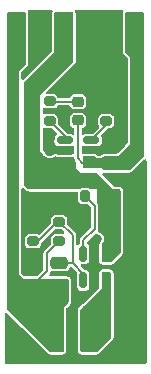
<source format=gbr>
%TF.GenerationSoftware,KiCad,Pcbnew,7.0.1*%
%TF.CreationDate,2024-02-21T00:14:53-08:00*%
%TF.ProjectId,G305_lipo_PMIC,47333035-5f6c-4697-906f-5f504d49432e,rev?*%
%TF.SameCoordinates,Original*%
%TF.FileFunction,Copper,L1,Top*%
%TF.FilePolarity,Positive*%
%FSLAX46Y46*%
G04 Gerber Fmt 4.6, Leading zero omitted, Abs format (unit mm)*
G04 Created by KiCad (PCBNEW 7.0.1) date 2024-02-21 00:14:53*
%MOMM*%
%LPD*%
G01*
G04 APERTURE LIST*
G04 Aperture macros list*
%AMRoundRect*
0 Rectangle with rounded corners*
0 $1 Rounding radius*
0 $2 $3 $4 $5 $6 $7 $8 $9 X,Y pos of 4 corners*
0 Add a 4 corners polygon primitive as box body*
4,1,4,$2,$3,$4,$5,$6,$7,$8,$9,$2,$3,0*
0 Add four circle primitives for the rounded corners*
1,1,$1+$1,$2,$3*
1,1,$1+$1,$4,$5*
1,1,$1+$1,$6,$7*
1,1,$1+$1,$8,$9*
0 Add four rect primitives between the rounded corners*
20,1,$1+$1,$2,$3,$4,$5,0*
20,1,$1+$1,$4,$5,$6,$7,0*
20,1,$1+$1,$6,$7,$8,$9,0*
20,1,$1+$1,$8,$9,$2,$3,0*%
G04 Aperture macros list end*
%TA.AperFunction,SMDPad,CuDef*%
%ADD10C,1.000000*%
%TD*%
%TA.AperFunction,SMDPad,CuDef*%
%ADD11RoundRect,0.075000X-0.675000X-1.425000X0.675000X-1.425000X0.675000X1.425000X-0.675000X1.425000X0*%
%TD*%
%TA.AperFunction,SMDPad,CuDef*%
%ADD12RoundRect,0.250000X0.250000X0.475000X-0.250000X0.475000X-0.250000X-0.475000X0.250000X-0.475000X0*%
%TD*%
%TA.AperFunction,SMDPad,CuDef*%
%ADD13RoundRect,0.200000X-0.275000X0.200000X-0.275000X-0.200000X0.275000X-0.200000X0.275000X0.200000X0*%
%TD*%
%TA.AperFunction,SMDPad,CuDef*%
%ADD14RoundRect,0.200000X0.275000X-0.200000X0.275000X0.200000X-0.275000X0.200000X-0.275000X-0.200000X0*%
%TD*%
%TA.AperFunction,SMDPad,CuDef*%
%ADD15RoundRect,0.250000X-0.475000X0.250000X-0.475000X-0.250000X0.475000X-0.250000X0.475000X0.250000X0*%
%TD*%
%TA.AperFunction,SMDPad,CuDef*%
%ADD16RoundRect,0.200000X-0.200000X-0.275000X0.200000X-0.275000X0.200000X0.275000X-0.200000X0.275000X0*%
%TD*%
%TA.AperFunction,SMDPad,CuDef*%
%ADD17RoundRect,0.150000X-0.512500X-0.150000X0.512500X-0.150000X0.512500X0.150000X-0.512500X0.150000X0*%
%TD*%
%TA.AperFunction,SMDPad,CuDef*%
%ADD18RoundRect,0.250000X0.475000X-0.250000X0.475000X0.250000X-0.475000X0.250000X-0.475000X-0.250000X0*%
%TD*%
%TA.AperFunction,SMDPad,CuDef*%
%ADD19RoundRect,0.150000X-0.150000X0.512500X-0.150000X-0.512500X0.150000X-0.512500X0.150000X0.512500X0*%
%TD*%
%TA.AperFunction,SMDPad,CuDef*%
%ADD20R,1.200000X3.700000*%
%TD*%
%TA.AperFunction,SMDPad,CuDef*%
%ADD21RoundRect,0.218750X-0.256250X0.218750X-0.256250X-0.218750X0.256250X-0.218750X0.256250X0.218750X0*%
%TD*%
%TA.AperFunction,ViaPad*%
%ADD22C,0.800000*%
%TD*%
%TA.AperFunction,Conductor*%
%ADD23C,0.200000*%
%TD*%
G04 APERTURE END LIST*
D10*
%TO.P,TP1,1,1*%
%TO.N,V_BAT*%
X102400000Y-82600000D03*
%TD*%
D11*
%TO.P,J1,1,Pin_1*%
%TO.N,+1.2V*%
X101000000Y-71800000D03*
%TO.P,J1,2,Pin_2*%
%TO.N,GND*%
X103000000Y-71800000D03*
%TO.P,J1,3,Pin_3*%
%TO.N,V_BAT*%
X105000000Y-71800000D03*
%TO.P,J1,4,Pin_4*%
%TO.N,GND*%
X107000000Y-71800000D03*
%TO.P,J1,5,Pin_5*%
X109000000Y-71800000D03*
%TO.P,J1,6,Pin_6*%
%TO.N,V_USB*%
X111000000Y-71800000D03*
%TD*%
D12*
%TO.P,C4,1*%
%TO.N,V_BAT*%
X108550000Y-88000000D03*
%TO.P,C4,2*%
%TO.N,GND*%
X106650000Y-88000000D03*
%TD*%
D13*
%TO.P,R2,1*%
%TO.N,Net-(D1-K)*%
X103800000Y-77775000D03*
%TO.P,R2,2*%
%TO.N,Net-(U1-STAT)*%
X103800000Y-79425000D03*
%TD*%
D14*
%TO.P,R4,1*%
%TO.N,+1.2V*%
X104600000Y-89625001D03*
%TO.P,R4,2*%
%TO.N,/FB_+1.2V*%
X104600000Y-87975001D03*
%TD*%
D15*
%TO.P,C2,1*%
%TO.N,V_BAT*%
X102400000Y-84450000D03*
%TO.P,C2,2*%
%TO.N,GND*%
X102400000Y-86350000D03*
%TD*%
D16*
%TO.P,R3,1*%
%TO.N,Net-(U2-EN)*%
X106775000Y-85800000D03*
%TO.P,R3,2*%
%TO.N,V_BAT*%
X108425000Y-85800000D03*
%TD*%
D17*
%TO.P,U1,1,STAT*%
%TO.N,Net-(U1-STAT)*%
X105062500Y-81050000D03*
%TO.P,U1,2,VSS*%
%TO.N,GND*%
X105062500Y-82000000D03*
%TO.P,U1,3,VBAT*%
%TO.N,V_BAT*%
X105062500Y-82950000D03*
%TO.P,U1,4,VDD*%
%TO.N,V_USB*%
X107337500Y-82950000D03*
%TO.P,U1,5,PROG*%
%TO.N,Net-(U1-PROG)*%
X107337500Y-81050000D03*
%TD*%
D18*
%TO.P,C1,1*%
%TO.N,V_USB*%
X109600000Y-82950000D03*
%TO.P,C1,2*%
%TO.N,GND*%
X109600000Y-81050000D03*
%TD*%
D19*
%TO.P,U2,1,VIN*%
%TO.N,V_BAT*%
X108550000Y-90662500D03*
%TO.P,U2,2,GND*%
%TO.N,GND*%
X107600000Y-90662500D03*
%TO.P,U2,3,EN*%
%TO.N,Net-(U2-EN)*%
X106650000Y-90662500D03*
%TO.P,U2,4,FB*%
%TO.N,/FB_+1.2V*%
X106650000Y-92937500D03*
%TO.P,U2,5,SW*%
%TO.N,/SW_+1.2V*%
X108550000Y-92937500D03*
%TD*%
D10*
%TO.P,TP2,1,1*%
%TO.N,+1.2V*%
X101000000Y-95000000D03*
%TD*%
D14*
%TO.P,R1,1*%
%TO.N,Net-(U1-PROG)*%
X108600000Y-79425000D03*
%TO.P,R1,2*%
%TO.N,GND*%
X108600000Y-77775000D03*
%TD*%
D18*
%TO.P,C3,1*%
%TO.N,+1.2V*%
X104600000Y-93350000D03*
%TO.P,C3,2*%
%TO.N,/FB_+1.2V*%
X104600000Y-91450000D03*
%TD*%
%TO.P,C6,1*%
%TO.N,+1.2V*%
X102400000Y-93350000D03*
%TO.P,C6,2*%
%TO.N,GND*%
X102400000Y-91450000D03*
%TD*%
D20*
%TO.P,L1,1*%
%TO.N,/SW_+1.2V*%
X107200000Y-97000000D03*
%TO.P,L1,2*%
%TO.N,+1.2V*%
X104400000Y-97000000D03*
%TD*%
D10*
%TO.P,TP3,1,1*%
%TO.N,GND*%
X109800000Y-98400000D03*
%TD*%
D21*
%TO.P,D1,1,K*%
%TO.N,Net-(D1-K)*%
X106200000Y-77812500D03*
%TO.P,D1,2,A*%
%TO.N,V_USB*%
X106200000Y-79387500D03*
%TD*%
D14*
%TO.P,R5,1*%
%TO.N,/FB_+1.2V*%
X102400000Y-89625000D03*
%TO.P,R5,2*%
%TO.N,GND*%
X102400000Y-87975000D03*
%TD*%
D22*
%TO.N,GND*%
X108000000Y-82000000D03*
X101000000Y-99000000D03*
X103800000Y-82000000D03*
X111000000Y-89000000D03*
X107800000Y-89400000D03*
X109800000Y-79800000D03*
X109800000Y-93200000D03*
X107250000Y-80000000D03*
X103400000Y-87800000D03*
X105000000Y-79500000D03*
X102800000Y-74000000D03*
X105674500Y-88000000D03*
X109000000Y-74000000D03*
X107000000Y-74000000D03*
X111000000Y-95000000D03*
X110000000Y-97000000D03*
X111000000Y-85000000D03*
X103800000Y-81000000D03*
X105000000Y-77000000D03*
X101800000Y-90600000D03*
X108600000Y-76600000D03*
X104000000Y-86000000D03*
%TD*%
D23*
%TO.N,V_USB*%
X106200000Y-82600000D02*
X106550000Y-82950000D01*
X106200000Y-79387500D02*
X106200000Y-82600000D01*
X106550000Y-82950000D02*
X107337500Y-82950000D01*
%TO.N,+1.2V*%
X103575000Y-90650001D02*
X103575000Y-92175000D01*
X103575000Y-92175000D02*
X102400000Y-93350000D01*
X104600000Y-89625001D02*
X103575000Y-90650001D01*
%TO.N,Net-(D1-K)*%
X106200000Y-77812500D02*
X103837500Y-77812500D01*
X103837500Y-77812500D02*
X103800000Y-77775000D01*
%TO.N,Net-(U1-PROG)*%
X108600000Y-79425000D02*
X108600000Y-79787500D01*
X108600000Y-79787500D02*
X107337500Y-81050000D01*
%TO.N,Net-(U1-STAT)*%
X103812500Y-79425000D02*
X105062500Y-80675000D01*
X103800000Y-79425000D02*
X103812500Y-79425000D01*
X105062500Y-80675000D02*
X105062500Y-81050000D01*
%TO.N,Net-(U2-EN)*%
X107600000Y-86625000D02*
X106775000Y-85800000D01*
X107600000Y-88600000D02*
X107600000Y-86625000D01*
X106650000Y-89550000D02*
X107600000Y-88600000D01*
X106650000Y-90662500D02*
X106650000Y-89550000D01*
%TO.N,/FB_+1.2V*%
X105750000Y-89125001D02*
X104600000Y-87975001D01*
X105750000Y-91450000D02*
X105750000Y-89125001D01*
X104424999Y-87975001D02*
X104600000Y-87975001D01*
X104600000Y-91450000D02*
X105750000Y-91450000D01*
X105750000Y-91450000D02*
X106650000Y-92350000D01*
X102775000Y-89625000D02*
X104424999Y-87975001D01*
X106650000Y-92350000D02*
X106650000Y-92937500D01*
X102400000Y-89625000D02*
X102775000Y-89625000D01*
%TD*%
%TA.AperFunction,Conductor*%
%TO.N,V_BAT*%
G36*
X109738000Y-85216613D02*
G01*
X109783387Y-85262000D01*
X109800000Y-85324000D01*
X109800000Y-90548638D01*
X109790561Y-90596091D01*
X109763681Y-90636319D01*
X109036319Y-91363681D01*
X108996091Y-91390561D01*
X108948638Y-91400000D01*
X108324000Y-91400000D01*
X108262000Y-91383387D01*
X108216613Y-91338000D01*
X108200000Y-91276000D01*
X108200000Y-89907231D01*
X108206581Y-89867372D01*
X108225624Y-89831744D01*
X108228278Y-89828284D01*
X108228282Y-89828282D01*
X108324536Y-89702841D01*
X108385044Y-89556762D01*
X108405682Y-89400000D01*
X108385044Y-89243238D01*
X108324536Y-89097159D01*
X108228282Y-88971717D01*
X108102840Y-88875463D01*
X107967218Y-88819287D01*
X107916878Y-88780967D01*
X107891994Y-88722801D01*
X107899044Y-88659930D01*
X107900500Y-88656172D01*
X107900500Y-88649248D01*
X107903794Y-88620858D01*
X107903819Y-88620749D01*
X107905379Y-88614119D01*
X107901689Y-88587667D01*
X107900500Y-88570536D01*
X107900500Y-86694243D01*
X107903243Y-86677422D01*
X107902772Y-86667236D01*
X107902773Y-86667235D01*
X107900631Y-86620919D01*
X107900500Y-86615195D01*
X107900500Y-86596178D01*
X107898817Y-86581680D01*
X107897585Y-86555008D01*
X107894786Y-86548670D01*
X107886332Y-86521367D01*
X107885061Y-86514567D01*
X107871002Y-86491860D01*
X107862995Y-86476670D01*
X107852206Y-86452235D01*
X107847309Y-86447338D01*
X107829563Y-86424933D01*
X107818572Y-86407181D01*
X107800000Y-86341906D01*
X107800000Y-85200000D01*
X109200000Y-85200000D01*
X109676000Y-85200000D01*
X109738000Y-85216613D01*
G37*
%TD.AperFunction*%
%TD*%
%TA.AperFunction,Conductor*%
%TO.N,+1.2V*%
G36*
X101738000Y-70216613D02*
G01*
X101783387Y-70262000D01*
X101800000Y-70324000D01*
X101800000Y-74548638D01*
X101790561Y-74596091D01*
X101763681Y-74636319D01*
X101200000Y-75199999D01*
X101200000Y-90548715D01*
X101198939Y-90564901D01*
X101194317Y-90600000D01*
X101198939Y-90635099D01*
X101200000Y-90651285D01*
X101200000Y-92400000D01*
X101600000Y-92800000D01*
X101600000Y-96800000D01*
X100236319Y-95436319D01*
X100209439Y-95396091D01*
X100200000Y-95348638D01*
X100200000Y-70324000D01*
X100216613Y-70262000D01*
X100262000Y-70216613D01*
X100324000Y-70200000D01*
X101676000Y-70200000D01*
X101738000Y-70216613D01*
G37*
%TD.AperFunction*%
%TD*%
%TA.AperFunction,Conductor*%
%TO.N,/SW_+1.2V*%
G36*
X108938000Y-92216613D02*
G01*
X108983387Y-92262000D01*
X109000000Y-92324000D01*
X109000000Y-97748638D01*
X108990561Y-97796091D01*
X108963681Y-97836319D01*
X107836319Y-98963681D01*
X107796091Y-98990561D01*
X107748638Y-99000000D01*
X106524000Y-99000000D01*
X106462000Y-98983387D01*
X106416613Y-98938000D01*
X106400000Y-98876000D01*
X106400000Y-95451362D01*
X106409439Y-95403909D01*
X106436319Y-95363681D01*
X106436319Y-95363680D01*
X108200000Y-93600000D01*
X108200000Y-92324000D01*
X108216613Y-92262000D01*
X108262000Y-92216613D01*
X108324000Y-92200000D01*
X108876000Y-92200000D01*
X108938000Y-92216613D01*
G37*
%TD.AperFunction*%
%TD*%
%TA.AperFunction,Conductor*%
%TO.N,+1.2V*%
G36*
X105338000Y-92816613D02*
G01*
X105383387Y-92862000D01*
X105400000Y-92924000D01*
X105400000Y-94748638D01*
X105390561Y-94796091D01*
X105363681Y-94836319D01*
X105000000Y-95199999D01*
X105000000Y-98876000D01*
X104983387Y-98938000D01*
X104938000Y-98983387D01*
X104876000Y-99000000D01*
X103851362Y-99000000D01*
X103803909Y-98990561D01*
X103763681Y-98963681D01*
X101600000Y-96800000D01*
X101600000Y-92800000D01*
X105276000Y-92800000D01*
X105338000Y-92816613D01*
G37*
%TD.AperFunction*%
%TD*%
%TA.AperFunction,Conductor*%
%TO.N,V_BAT*%
G36*
X103371717Y-82428282D02*
G01*
X103479260Y-82510802D01*
X103497159Y-82524536D01*
X103643238Y-82585044D01*
X103800000Y-82605682D01*
X103956762Y-82585044D01*
X104102841Y-82524536D01*
X104203500Y-82447297D01*
X104266617Y-82422292D01*
X104333444Y-82434274D01*
X104448606Y-82490573D01*
X104516737Y-82500500D01*
X104516740Y-82500500D01*
X105608260Y-82500500D01*
X105608263Y-82500500D01*
X105649139Y-82494543D01*
X105676393Y-82490573D01*
X105719700Y-82469401D01*
X105779132Y-82456902D01*
X105837373Y-82474125D01*
X105880449Y-82516940D01*
X105898027Y-82575075D01*
X105899368Y-82604078D01*
X105899500Y-82609805D01*
X105899500Y-82628819D01*
X105901181Y-82643307D01*
X105902415Y-82669993D01*
X105905213Y-82676330D01*
X105913666Y-82703626D01*
X105914938Y-82710434D01*
X105928997Y-82733140D01*
X105937002Y-82748327D01*
X105947792Y-82772763D01*
X105952688Y-82777659D01*
X105970437Y-82800067D01*
X105981428Y-82817819D01*
X106000000Y-82883094D01*
X106000000Y-83400000D01*
X106400000Y-83800000D01*
X107748638Y-83800000D01*
X107796091Y-83809439D01*
X107836318Y-83836318D01*
X109200000Y-85200000D01*
X107249099Y-85200000D01*
X107192804Y-85186485D01*
X107100302Y-85139353D01*
X107006521Y-85124500D01*
X106543485Y-85124500D01*
X106449695Y-85139354D01*
X106357197Y-85186485D01*
X106300902Y-85200000D01*
X102051362Y-85200000D01*
X102003909Y-85190561D01*
X101963681Y-85163681D01*
X101636319Y-84836319D01*
X101609439Y-84796091D01*
X101600000Y-84748638D01*
X101600000Y-82400000D01*
X103350016Y-82400000D01*
X103371717Y-82428282D01*
G37*
%TD.AperFunction*%
%TD*%
%TA.AperFunction,Conductor*%
%TO.N,V_USB*%
G36*
X107532628Y-82406581D02*
G01*
X107568256Y-82425624D01*
X107571715Y-82428278D01*
X107571718Y-82428282D01*
X107697159Y-82524536D01*
X107843238Y-82585044D01*
X108000000Y-82605682D01*
X108156762Y-82585044D01*
X108302841Y-82524536D01*
X108428282Y-82428282D01*
X108428284Y-82428278D01*
X108431744Y-82425624D01*
X108467372Y-82406581D01*
X108507231Y-82400000D01*
X109600000Y-82400000D01*
X110600000Y-82400000D01*
X110600000Y-83587949D01*
X110596091Y-83590561D01*
X110548638Y-83600000D01*
X108451362Y-83600000D01*
X108403909Y-83590561D01*
X108363681Y-83563681D01*
X108200000Y-83400000D01*
X106724000Y-83400000D01*
X106662000Y-83383387D01*
X106616613Y-83338000D01*
X106600000Y-83276000D01*
X106600000Y-82524000D01*
X106616613Y-82462000D01*
X106662000Y-82416613D01*
X106724000Y-82400000D01*
X107492769Y-82400000D01*
X107532628Y-82406581D01*
G37*
%TD.AperFunction*%
%TD*%
%TA.AperFunction,Conductor*%
%TO.N,V_USB*%
G36*
X111738000Y-70216613D02*
G01*
X111783387Y-70262000D01*
X111800000Y-70324000D01*
X111800000Y-82348638D01*
X111790561Y-82396091D01*
X111763681Y-82436319D01*
X110636319Y-83563681D01*
X110600000Y-83587949D01*
X110600000Y-82400000D01*
X109600000Y-82400000D01*
X110316916Y-81683083D01*
X110330944Y-81671011D01*
X110397150Y-81622150D01*
X110446009Y-81555947D01*
X110458080Y-81541919D01*
X110600000Y-81400000D01*
X110600000Y-74000000D01*
X110236319Y-73636319D01*
X110209439Y-73596091D01*
X110200000Y-73548638D01*
X110200000Y-70324000D01*
X110216613Y-70262000D01*
X110262000Y-70216613D01*
X110324000Y-70200000D01*
X111676000Y-70200000D01*
X111738000Y-70216613D01*
G37*
%TD.AperFunction*%
%TD*%
%TA.AperFunction,Conductor*%
%TO.N,V_BAT*%
G36*
X105738000Y-70216613D02*
G01*
X105783387Y-70262000D01*
X105800000Y-70324000D01*
X105800000Y-74348638D01*
X105790561Y-74396091D01*
X105763681Y-74436319D01*
X103000000Y-77199999D01*
X103000000Y-82000000D01*
X103238663Y-82238663D01*
X103265543Y-82278890D01*
X103275464Y-82302842D01*
X103350016Y-82400000D01*
X101600000Y-82400000D01*
X101600000Y-76251362D01*
X101609439Y-76203909D01*
X101636319Y-76163681D01*
X101636319Y-76163680D01*
X104200000Y-73600000D01*
X104200000Y-70324000D01*
X104216613Y-70262000D01*
X104262000Y-70216613D01*
X104324000Y-70200000D01*
X105676000Y-70200000D01*
X105738000Y-70216613D01*
G37*
%TD.AperFunction*%
%TD*%
%TA.AperFunction,Conductor*%
%TO.N,GND*%
G36*
X111948385Y-82690164D02*
G01*
X111985985Y-82734187D01*
X111999500Y-82790482D01*
X111999500Y-99875500D01*
X111982887Y-99937500D01*
X111937500Y-99982887D01*
X111875500Y-99999500D01*
X100124500Y-99999500D01*
X100062500Y-99982887D01*
X100017113Y-99937500D01*
X100000500Y-99875500D01*
X100000500Y-95790482D01*
X100014015Y-95734187D01*
X100051615Y-95690164D01*
X100105102Y-95668009D01*
X100162818Y-95672551D01*
X100212181Y-95702801D01*
X101454690Y-96945310D01*
X103618371Y-99108991D01*
X103649510Y-99134547D01*
X103689738Y-99161427D01*
X103733134Y-99179402D01*
X103763819Y-99192113D01*
X103811264Y-99201550D01*
X103811267Y-99201550D01*
X103811271Y-99201551D01*
X103851362Y-99205500D01*
X104876000Y-99205500D01*
X104876001Y-99205500D01*
X104893729Y-99203165D01*
X104929188Y-99198498D01*
X104991188Y-99181885D01*
X105040750Y-99161355D01*
X105083310Y-99128697D01*
X105128697Y-99083310D01*
X105161355Y-99040750D01*
X105181885Y-98991188D01*
X105198498Y-98929188D01*
X105205500Y-98876001D01*
X106194500Y-98876001D01*
X106201501Y-98929186D01*
X106218116Y-98991192D01*
X106238643Y-99040746D01*
X106238645Y-99040750D01*
X106271303Y-99083310D01*
X106271307Y-99083315D01*
X106316684Y-99128692D01*
X106316688Y-99128695D01*
X106316690Y-99128697D01*
X106359250Y-99161355D01*
X106408812Y-99181885D01*
X106470812Y-99198498D01*
X106493995Y-99201550D01*
X106523999Y-99205500D01*
X106524000Y-99205500D01*
X107748636Y-99205500D01*
X107748638Y-99205500D01*
X107788729Y-99201551D01*
X107788733Y-99201550D01*
X107788735Y-99201550D01*
X107836180Y-99192113D01*
X107845167Y-99188390D01*
X107910262Y-99161427D01*
X107950490Y-99134547D01*
X107981629Y-99108991D01*
X109108991Y-97981629D01*
X109134547Y-97950490D01*
X109161427Y-97910262D01*
X109192112Y-97836182D01*
X109192111Y-97836182D01*
X109192113Y-97836180D01*
X109201550Y-97788735D01*
X109205500Y-97748636D01*
X109205500Y-92323999D01*
X109201981Y-92297272D01*
X109198498Y-92270812D01*
X109181885Y-92208812D01*
X109161355Y-92159250D01*
X109128697Y-92116690D01*
X109128695Y-92116688D01*
X109128692Y-92116684D01*
X109083315Y-92071307D01*
X109083310Y-92071303D01*
X109040750Y-92038645D01*
X109040746Y-92038643D01*
X108991192Y-92018116D01*
X108929186Y-92001501D01*
X108876001Y-91994500D01*
X108876000Y-91994500D01*
X108324000Y-91994500D01*
X108323999Y-91994500D01*
X108270813Y-92001501D01*
X108208807Y-92018116D01*
X108159253Y-92038643D01*
X108116684Y-92071307D01*
X108071307Y-92116684D01*
X108038643Y-92159253D01*
X108018116Y-92208807D01*
X108001501Y-92270813D01*
X107994500Y-92323999D01*
X107994500Y-93463518D01*
X107985061Y-93510971D01*
X107958181Y-93551199D01*
X106581417Y-94927960D01*
X106552192Y-94949636D01*
X106523737Y-94959817D01*
X106455448Y-95005448D01*
X106409817Y-95073737D01*
X106399636Y-95102191D01*
X106377961Y-95131415D01*
X106291010Y-95218367D01*
X106265454Y-95249507D01*
X106238572Y-95289740D01*
X106207886Y-95363820D01*
X106198449Y-95411264D01*
X106194500Y-95451364D01*
X106194500Y-98876001D01*
X105205500Y-98876001D01*
X105205500Y-98876000D01*
X105205500Y-95336482D01*
X105214939Y-95289029D01*
X105241816Y-95248803D01*
X105508991Y-94981630D01*
X105534547Y-94950490D01*
X105561427Y-94910262D01*
X105592112Y-94836182D01*
X105592111Y-94836182D01*
X105592113Y-94836180D01*
X105601550Y-94788735D01*
X105605500Y-94748636D01*
X105605500Y-92923999D01*
X105598498Y-92870813D01*
X105598498Y-92870812D01*
X105581885Y-92808812D01*
X105561355Y-92759250D01*
X105528697Y-92716690D01*
X105528695Y-92716688D01*
X105528692Y-92716684D01*
X105483315Y-92671307D01*
X105483310Y-92671303D01*
X105440750Y-92638645D01*
X105440746Y-92638643D01*
X105391192Y-92618116D01*
X105329186Y-92601501D01*
X105276001Y-92594500D01*
X105276000Y-92594500D01*
X103880033Y-92594500D01*
X103824769Y-92581504D01*
X103781089Y-92545241D01*
X103758149Y-92493311D01*
X103760757Y-92436599D01*
X103788366Y-92386994D01*
X103790474Y-92384681D01*
X103794380Y-92380589D01*
X103807174Y-92367797D01*
X103807178Y-92367790D01*
X103807867Y-92367102D01*
X103816922Y-92355671D01*
X103820999Y-92351199D01*
X103834916Y-92335933D01*
X103837415Y-92329479D01*
X103850743Y-92304192D01*
X103854657Y-92298481D01*
X103855706Y-92294022D01*
X103860773Y-92272479D01*
X103865848Y-92256086D01*
X103875500Y-92231173D01*
X103875500Y-92231170D01*
X103880328Y-92218707D01*
X103917158Y-92167756D01*
X103974242Y-92141417D01*
X104036908Y-92146459D01*
X104040301Y-92147646D01*
X104070731Y-92150500D01*
X104070734Y-92150500D01*
X105129266Y-92150500D01*
X105129269Y-92150500D01*
X105144482Y-92149072D01*
X105159699Y-92147646D01*
X105287882Y-92102793D01*
X105287882Y-92102792D01*
X105287884Y-92102792D01*
X105397150Y-92022150D01*
X105477792Y-91912884D01*
X105493000Y-91869422D01*
X105527414Y-91817916D01*
X105582449Y-91789484D01*
X105644369Y-91791221D01*
X105697723Y-91822694D01*
X106120419Y-92245390D01*
X106150429Y-92294022D01*
X106155443Y-92350947D01*
X106151131Y-92380543D01*
X106149501Y-92391737D01*
X106149500Y-92391741D01*
X106149500Y-93483263D01*
X106159426Y-93551390D01*
X106210802Y-93656484D01*
X106293515Y-93739197D01*
X106293516Y-93739197D01*
X106293517Y-93739198D01*
X106398607Y-93790573D01*
X106425860Y-93794543D01*
X106466737Y-93800500D01*
X106466740Y-93800500D01*
X106833260Y-93800500D01*
X106833263Y-93800500D01*
X106867326Y-93795536D01*
X106901393Y-93790573D01*
X107006483Y-93739198D01*
X107089198Y-93656483D01*
X107140573Y-93551393D01*
X107145893Y-93514880D01*
X107150500Y-93483263D01*
X107150500Y-92391737D01*
X107140573Y-92323609D01*
X107140573Y-92323607D01*
X107089198Y-92218517D01*
X107089197Y-92218516D01*
X107089197Y-92218515D01*
X107006484Y-92135802D01*
X106901390Y-92084425D01*
X106834419Y-92074668D01*
X106796688Y-92062796D01*
X106764616Y-92039645D01*
X106462152Y-91737181D01*
X106431902Y-91687818D01*
X106427360Y-91630102D01*
X106449515Y-91576615D01*
X106493538Y-91539015D01*
X106549833Y-91525500D01*
X106833263Y-91525500D01*
X106867326Y-91520536D01*
X106901393Y-91515573D01*
X107006483Y-91464198D01*
X107089198Y-91381483D01*
X107140573Y-91276393D01*
X107150500Y-91208260D01*
X107150500Y-90116740D01*
X107140573Y-90048607D01*
X107089198Y-89943517D01*
X107089197Y-89943516D01*
X107089197Y-89943515D01*
X106991852Y-89846170D01*
X106994037Y-89843984D01*
X106969314Y-89821695D01*
X106950500Y-89756029D01*
X106950500Y-89725833D01*
X106959939Y-89678380D01*
X106986819Y-89638152D01*
X107138041Y-89486930D01*
X107652266Y-88972703D01*
X107702505Y-88942173D01*
X107761163Y-88938215D01*
X107815050Y-88961718D01*
X107842747Y-88982802D01*
X107888577Y-89009144D01*
X107984123Y-89048720D01*
X108012149Y-89064900D01*
X108068768Y-89108345D01*
X108091656Y-89131234D01*
X108135094Y-89187846D01*
X108151278Y-89215877D01*
X108178585Y-89281801D01*
X108186963Y-89313068D01*
X108196277Y-89383813D01*
X108196277Y-89416185D01*
X108186963Y-89486930D01*
X108178585Y-89518196D01*
X108151278Y-89584122D01*
X108135093Y-89612156D01*
X108068833Y-89698508D01*
X108068801Y-89698546D01*
X108059482Y-89710696D01*
X108059447Y-89710739D01*
X108047983Y-89725680D01*
X108046078Y-89730030D01*
X108046778Y-89730404D01*
X108044391Y-89734868D01*
X108044388Y-89734874D01*
X108036832Y-89749008D01*
X108025343Y-89770504D01*
X108007129Y-89824166D01*
X108003826Y-89833896D01*
X107999392Y-89860751D01*
X107997244Y-89873761D01*
X107994500Y-89907231D01*
X107994500Y-91276001D01*
X108001501Y-91329186D01*
X108018116Y-91391192D01*
X108038643Y-91440746D01*
X108038645Y-91440750D01*
X108056637Y-91464197D01*
X108071307Y-91483315D01*
X108116684Y-91528692D01*
X108116688Y-91528695D01*
X108116690Y-91528697D01*
X108159250Y-91561355D01*
X108208812Y-91581885D01*
X108270812Y-91598498D01*
X108293995Y-91601550D01*
X108323999Y-91605500D01*
X108324000Y-91605500D01*
X108948636Y-91605500D01*
X108948638Y-91605500D01*
X108988729Y-91601551D01*
X108988733Y-91601550D01*
X108988735Y-91601550D01*
X109036180Y-91592113D01*
X109045167Y-91588390D01*
X109110262Y-91561427D01*
X109150490Y-91534547D01*
X109181629Y-91508991D01*
X109908991Y-90781629D01*
X109934547Y-90750490D01*
X109961427Y-90710262D01*
X109992112Y-90636182D01*
X109992111Y-90636182D01*
X109992113Y-90636180D01*
X110001550Y-90588735D01*
X110003503Y-90568914D01*
X110005500Y-90548638D01*
X110005500Y-85324000D01*
X109998498Y-85270812D01*
X109981885Y-85208812D01*
X109961355Y-85159250D01*
X109928697Y-85116690D01*
X109928695Y-85116688D01*
X109928692Y-85116684D01*
X109883315Y-85071307D01*
X109883310Y-85071303D01*
X109840750Y-85038645D01*
X109840746Y-85038643D01*
X109791192Y-85018116D01*
X109729186Y-85001501D01*
X109676001Y-84994500D01*
X109676000Y-84994500D01*
X109336482Y-84994500D01*
X109289029Y-84985061D01*
X109248801Y-84958181D01*
X108301984Y-84011364D01*
X108270321Y-83957342D01*
X108269091Y-83894737D01*
X108298607Y-83839513D01*
X108351344Y-83805753D01*
X108405048Y-83802584D01*
X108405209Y-83800954D01*
X108421758Y-83802584D01*
X108451362Y-83805500D01*
X110548636Y-83805500D01*
X110548638Y-83805500D01*
X110588729Y-83801551D01*
X110588733Y-83801550D01*
X110588735Y-83801550D01*
X110636177Y-83792113D01*
X110636177Y-83792112D01*
X110636182Y-83792112D01*
X110710263Y-83761426D01*
X110714172Y-83758814D01*
X110750490Y-83734547D01*
X110781629Y-83708991D01*
X111787819Y-82702801D01*
X111837182Y-82672551D01*
X111894898Y-82668009D01*
X111948385Y-82690164D01*
G37*
%TD.AperFunction*%
%TA.AperFunction,Conductor*%
G36*
X101567818Y-85077551D02*
G01*
X101617180Y-85107800D01*
X101818371Y-85308991D01*
X101849510Y-85334547D01*
X101889738Y-85361427D01*
X101933134Y-85379402D01*
X101963819Y-85392113D01*
X102011264Y-85401550D01*
X102011267Y-85401550D01*
X102011271Y-85401551D01*
X102051362Y-85405500D01*
X106050500Y-85405500D01*
X106112500Y-85422113D01*
X106157887Y-85467500D01*
X106174500Y-85529500D01*
X106174500Y-86106514D01*
X106174501Y-86106518D01*
X106189354Y-86200304D01*
X106189354Y-86200305D01*
X106189355Y-86200306D01*
X106246949Y-86313342D01*
X106336656Y-86403049D01*
X106336658Y-86403050D01*
X106449696Y-86460646D01*
X106543481Y-86475500D01*
X106974166Y-86475499D01*
X107021619Y-86484938D01*
X107061847Y-86511818D01*
X107263181Y-86713152D01*
X107290061Y-86753380D01*
X107299500Y-86800833D01*
X107299500Y-88424167D01*
X107290061Y-88471620D01*
X107263181Y-88511848D01*
X106486475Y-89288552D01*
X106472639Y-89298508D01*
X106434523Y-89340318D01*
X106430573Y-89344454D01*
X106417141Y-89357886D01*
X106408087Y-89369317D01*
X106390083Y-89389067D01*
X106387578Y-89395534D01*
X106374259Y-89420802D01*
X106370343Y-89426518D01*
X106364228Y-89452517D01*
X106359151Y-89468913D01*
X106349500Y-89493827D01*
X106349500Y-89500751D01*
X106346206Y-89529144D01*
X106344621Y-89535881D01*
X106348311Y-89562332D01*
X106349500Y-89579465D01*
X106349500Y-89756029D01*
X106330686Y-89821695D01*
X106305962Y-89843984D01*
X106308148Y-89846170D01*
X106262181Y-89892137D01*
X106212818Y-89922387D01*
X106155102Y-89926929D01*
X106101615Y-89904774D01*
X106064015Y-89860751D01*
X106050500Y-89804456D01*
X106050500Y-89194248D01*
X106053244Y-89177421D01*
X106052773Y-89167238D01*
X106052774Y-89167237D01*
X106050632Y-89120909D01*
X106050500Y-89115183D01*
X106050500Y-89096183D01*
X106048818Y-89081698D01*
X106047585Y-89055010D01*
X106044785Y-89048669D01*
X106036332Y-89021368D01*
X106035061Y-89014569D01*
X106035061Y-89014568D01*
X106020997Y-88991854D01*
X106012994Y-88976670D01*
X106002206Y-88952236D01*
X105997309Y-88947339D01*
X105979563Y-88924934D01*
X105975919Y-88919049D01*
X105954602Y-88902951D01*
X105941648Y-88891678D01*
X105311818Y-88261848D01*
X105284938Y-88221620D01*
X105275499Y-88174171D01*
X105275499Y-87743483D01*
X105260646Y-87649697D01*
X105232965Y-87595371D01*
X105203050Y-87536658D01*
X105113343Y-87446951D01*
X105000302Y-87389354D01*
X104906521Y-87374501D01*
X104293485Y-87374501D01*
X104246589Y-87381928D01*
X104199696Y-87389355D01*
X104199694Y-87389355D01*
X104199693Y-87389356D01*
X104086657Y-87446950D01*
X103996950Y-87536657D01*
X103939353Y-87649698D01*
X103924500Y-87743480D01*
X103924500Y-87999166D01*
X103915061Y-88046619D01*
X103888181Y-88086847D01*
X102953685Y-89021342D01*
X102910442Y-89049425D01*
X102859515Y-89057491D01*
X102809710Y-89044146D01*
X102800304Y-89039353D01*
X102706521Y-89024500D01*
X102093485Y-89024500D01*
X102046589Y-89031927D01*
X101999696Y-89039354D01*
X101999694Y-89039354D01*
X101999693Y-89039355D01*
X101886657Y-89096949D01*
X101796950Y-89186656D01*
X101739353Y-89299697D01*
X101724500Y-89393478D01*
X101724500Y-89856514D01*
X101727100Y-89872929D01*
X101739354Y-89950304D01*
X101739354Y-89950305D01*
X101739355Y-89950306D01*
X101796949Y-90063342D01*
X101886656Y-90153049D01*
X101886658Y-90153050D01*
X101999696Y-90210646D01*
X102093481Y-90225500D01*
X102706518Y-90225499D01*
X102800304Y-90210646D01*
X102913342Y-90153050D01*
X103003050Y-90063342D01*
X103060646Y-89950304D01*
X103075500Y-89856519D01*
X103075499Y-89800831D01*
X103084938Y-89753380D01*
X103111815Y-89713154D01*
X104213153Y-88611816D01*
X104253378Y-88584939D01*
X104300826Y-88575500D01*
X104724165Y-88575500D01*
X104771618Y-88584939D01*
X104811846Y-88611819D01*
X105014519Y-88814492D01*
X105045914Y-88867577D01*
X105047852Y-88929220D01*
X105019854Y-88984173D01*
X104968846Y-89018841D01*
X104916278Y-89023812D01*
X104916278Y-89024501D01*
X104908989Y-89024501D01*
X104907446Y-89024647D01*
X104906523Y-89024501D01*
X104293485Y-89024501D01*
X104246588Y-89031928D01*
X104199696Y-89039355D01*
X104199694Y-89039355D01*
X104199693Y-89039356D01*
X104086657Y-89096950D01*
X103996950Y-89186657D01*
X103939353Y-89299698D01*
X103924500Y-89393480D01*
X103924500Y-89824166D01*
X103915061Y-89871619D01*
X103888181Y-89911847D01*
X103411475Y-90388553D01*
X103397639Y-90398509D01*
X103359523Y-90440319D01*
X103355573Y-90444455D01*
X103342141Y-90457887D01*
X103333087Y-90469318D01*
X103315083Y-90489068D01*
X103312578Y-90495535D01*
X103299259Y-90520803D01*
X103295343Y-90526519D01*
X103289228Y-90552518D01*
X103284151Y-90568914D01*
X103274500Y-90593828D01*
X103274500Y-90600752D01*
X103271206Y-90629145D01*
X103269621Y-90635882D01*
X103273311Y-90662333D01*
X103274500Y-90679466D01*
X103274500Y-91999167D01*
X103265061Y-92046620D01*
X103238181Y-92086848D01*
X102766848Y-92558181D01*
X102726620Y-92585061D01*
X102679167Y-92594500D01*
X101736482Y-92594500D01*
X101689029Y-92585061D01*
X101648801Y-92558181D01*
X101441819Y-92351199D01*
X101414939Y-92310971D01*
X101405500Y-92263518D01*
X101405500Y-90651299D01*
X101405500Y-90651285D01*
X101405060Y-90637843D01*
X101403999Y-90621657D01*
X101403063Y-90612156D01*
X101403063Y-90587842D01*
X101403999Y-90578339D01*
X101404617Y-90568914D01*
X101405060Y-90562157D01*
X101405500Y-90548715D01*
X101405500Y-85195482D01*
X101419015Y-85139187D01*
X101456615Y-85095164D01*
X101510102Y-85073009D01*
X101567818Y-85077551D01*
G37*
%TD.AperFunction*%
%TA.AperFunction,Conductor*%
G36*
X109977276Y-70015142D02*
G01*
X110021925Y-70055610D01*
X110042225Y-70112347D01*
X110033383Y-70171954D01*
X110018114Y-70208814D01*
X110001501Y-70270813D01*
X109994500Y-70323999D01*
X109994500Y-73548636D01*
X109998449Y-73588735D01*
X110007886Y-73636180D01*
X110033307Y-73697548D01*
X110038573Y-73710262D01*
X110065453Y-73750490D01*
X110065458Y-73750496D01*
X110091008Y-73781628D01*
X110358181Y-74048801D01*
X110385061Y-74089029D01*
X110394500Y-74136482D01*
X110394500Y-81263516D01*
X110385061Y-81310969D01*
X110358180Y-81351198D01*
X110312782Y-81396594D01*
X110302301Y-81407891D01*
X110290241Y-81421907D01*
X110280667Y-81433912D01*
X110261298Y-81460158D01*
X110235163Y-81486294D01*
X110208894Y-81505681D01*
X110196905Y-81515241D01*
X110182884Y-81527306D01*
X110171585Y-81537791D01*
X109551198Y-82158181D01*
X109510970Y-82185061D01*
X109463517Y-82194500D01*
X108507231Y-82194500D01*
X108473761Y-82197244D01*
X108473754Y-82197245D01*
X108473755Y-82197245D01*
X108433896Y-82203826D01*
X108433893Y-82203826D01*
X108433893Y-82203827D01*
X108370504Y-82225343D01*
X108349008Y-82236832D01*
X108334874Y-82244388D01*
X108334868Y-82244391D01*
X108330404Y-82246778D01*
X108330030Y-82246078D01*
X108325680Y-82247983D01*
X108310739Y-82259447D01*
X108310696Y-82259482D01*
X108306675Y-82262565D01*
X108306672Y-82262568D01*
X108303212Y-82265222D01*
X108298546Y-82268801D01*
X108298508Y-82268833D01*
X108212156Y-82335093D01*
X108184122Y-82351278D01*
X108118196Y-82378585D01*
X108086930Y-82386963D01*
X108016185Y-82396277D01*
X107983813Y-82396277D01*
X107913068Y-82386963D01*
X107881802Y-82378585D01*
X107815879Y-82351279D01*
X107787844Y-82335094D01*
X107731235Y-82291656D01*
X107693357Y-82262591D01*
X107683513Y-82256244D01*
X107665123Y-82244386D01*
X107629498Y-82225344D01*
X107574665Y-82206732D01*
X107566104Y-82203826D01*
X107526245Y-82197245D01*
X107526243Y-82197244D01*
X107526238Y-82197244D01*
X107492769Y-82194500D01*
X106724000Y-82194500D01*
X106723999Y-82194500D01*
X106670810Y-82201502D01*
X106656592Y-82205312D01*
X106600307Y-82207154D01*
X106549013Y-82183912D01*
X106513288Y-82140380D01*
X106500500Y-82085537D01*
X106500500Y-81630147D01*
X106516061Y-81570006D01*
X106558838Y-81524959D01*
X106618096Y-81506312D01*
X106678960Y-81518746D01*
X106723607Y-81540573D01*
X106740640Y-81543054D01*
X106791737Y-81550500D01*
X106791740Y-81550500D01*
X107883260Y-81550500D01*
X107883263Y-81550500D01*
X107917326Y-81545536D01*
X107951393Y-81540573D01*
X108056483Y-81489198D01*
X108139198Y-81406483D01*
X108190573Y-81301393D01*
X108200500Y-81233260D01*
X108200500Y-80866740D01*
X108190573Y-80798607D01*
X108171434Y-80759457D01*
X108158941Y-80710121D01*
X108167318Y-80659922D01*
X108195152Y-80617318D01*
X108750653Y-80061817D01*
X108790881Y-80034938D01*
X108838334Y-80025499D01*
X108906514Y-80025499D01*
X108906518Y-80025499D01*
X109000304Y-80010646D01*
X109113342Y-79953050D01*
X109203050Y-79863342D01*
X109260646Y-79750304D01*
X109275500Y-79656519D01*
X109275499Y-79193482D01*
X109260646Y-79099696D01*
X109228996Y-79037580D01*
X109203050Y-78986657D01*
X109113343Y-78896950D01*
X109000302Y-78839353D01*
X108906521Y-78824500D01*
X108293485Y-78824500D01*
X108246589Y-78831927D01*
X108199696Y-78839354D01*
X108199694Y-78839354D01*
X108199693Y-78839355D01*
X108086657Y-78896949D01*
X107996950Y-78986656D01*
X107939353Y-79099697D01*
X107924500Y-79193478D01*
X107924500Y-79656514D01*
X107924501Y-79656518D01*
X107939354Y-79750304D01*
X107939354Y-79750305D01*
X107939355Y-79750306D01*
X107990558Y-79850798D01*
X108003903Y-79900603D01*
X107995837Y-79951530D01*
X107967754Y-79994773D01*
X107449348Y-80513181D01*
X107409120Y-80540061D01*
X107361667Y-80549500D01*
X106791737Y-80549500D01*
X106723608Y-80559426D01*
X106678961Y-80581253D01*
X106618096Y-80593688D01*
X106558838Y-80575041D01*
X106516061Y-80529994D01*
X106500500Y-80469853D01*
X106500500Y-80129624D01*
X106514013Y-80073334D01*
X106551607Y-80029312D01*
X106571122Y-80021225D01*
X106569921Y-80018867D01*
X106587418Y-80009951D01*
X106587420Y-80009951D01*
X106705751Y-79949658D01*
X106799658Y-79855751D01*
X106859951Y-79737420D01*
X106871874Y-79662138D01*
X106875500Y-79639248D01*
X106875500Y-79135752D01*
X106859951Y-79037581D01*
X106859951Y-79037580D01*
X106799658Y-78919249D01*
X106705751Y-78825342D01*
X106587420Y-78765049D01*
X106587419Y-78765048D01*
X106587418Y-78765048D01*
X106489248Y-78749500D01*
X106489246Y-78749500D01*
X105910754Y-78749500D01*
X105910752Y-78749500D01*
X105812581Y-78765048D01*
X105694247Y-78825343D01*
X105600343Y-78919247D01*
X105540048Y-79037581D01*
X105524500Y-79135752D01*
X105524500Y-79639248D01*
X105540048Y-79737418D01*
X105540048Y-79737419D01*
X105540049Y-79737420D01*
X105600342Y-79855751D01*
X105694249Y-79949658D01*
X105812580Y-80009951D01*
X105830079Y-80018867D01*
X105828877Y-80021225D01*
X105848393Y-80029312D01*
X105885987Y-80073334D01*
X105899500Y-80129624D01*
X105899500Y-80469853D01*
X105883939Y-80529994D01*
X105841162Y-80575041D01*
X105781904Y-80593688D01*
X105721039Y-80581253D01*
X105676391Y-80559426D01*
X105608263Y-80549500D01*
X105608260Y-80549500D01*
X105413333Y-80549500D01*
X105365880Y-80540061D01*
X105325652Y-80513181D01*
X105309810Y-80497339D01*
X105292063Y-80474933D01*
X105288419Y-80469048D01*
X105267102Y-80452950D01*
X105254148Y-80441677D01*
X104511818Y-79699347D01*
X104484938Y-79659119D01*
X104475499Y-79611670D01*
X104475499Y-79193482D01*
X104460646Y-79099696D01*
X104428996Y-79037580D01*
X104403050Y-78986657D01*
X104313343Y-78896950D01*
X104200302Y-78839353D01*
X104106521Y-78824500D01*
X103493485Y-78824500D01*
X103452736Y-78830953D01*
X103399696Y-78839354D01*
X103399694Y-78839354D01*
X103399694Y-78839355D01*
X103385793Y-78846438D01*
X103324630Y-78859856D01*
X103264709Y-78841679D01*
X103221310Y-78796541D01*
X103205500Y-78735952D01*
X103205500Y-78464048D01*
X103221310Y-78403459D01*
X103264710Y-78358321D01*
X103324632Y-78340144D01*
X103385794Y-78353562D01*
X103399696Y-78360646D01*
X103493481Y-78375500D01*
X104106518Y-78375499D01*
X104200304Y-78360646D01*
X104313342Y-78303050D01*
X104403050Y-78213342D01*
X104403049Y-78213342D01*
X104419681Y-78180704D01*
X104465376Y-78131272D01*
X104530165Y-78113000D01*
X105438881Y-78113000D01*
X105503671Y-78131272D01*
X105549365Y-78180705D01*
X105600341Y-78280750D01*
X105600342Y-78280751D01*
X105694249Y-78374658D01*
X105812580Y-78434951D01*
X105845304Y-78440134D01*
X105910752Y-78450500D01*
X105910754Y-78450500D01*
X106489246Y-78450500D01*
X106489248Y-78450500D01*
X106538332Y-78442725D01*
X106587420Y-78434951D01*
X106705751Y-78374658D01*
X106799658Y-78280751D01*
X106859951Y-78162420D01*
X106875500Y-78064246D01*
X106875500Y-77560754D01*
X106859951Y-77462580D01*
X106799658Y-77344249D01*
X106705751Y-77250342D01*
X106587420Y-77190049D01*
X106587419Y-77190048D01*
X106587418Y-77190048D01*
X106489248Y-77174500D01*
X106489246Y-77174500D01*
X105910754Y-77174500D01*
X105910752Y-77174500D01*
X105812581Y-77190048D01*
X105694247Y-77250343D01*
X105600341Y-77344249D01*
X105549365Y-77444295D01*
X105503671Y-77493728D01*
X105438881Y-77512000D01*
X104568378Y-77512000D01*
X104503588Y-77493727D01*
X104457894Y-77444295D01*
X104406917Y-77344247D01*
X104403050Y-77336657D01*
X104313343Y-77246950D01*
X104200302Y-77189353D01*
X104106521Y-77174500D01*
X103615480Y-77174500D01*
X103559185Y-77160985D01*
X103515162Y-77123385D01*
X103493007Y-77069898D01*
X103497549Y-77012182D01*
X103527797Y-76962821D01*
X105908991Y-74581629D01*
X105934547Y-74550490D01*
X105961427Y-74510262D01*
X105992112Y-74436182D01*
X105992111Y-74436182D01*
X105992113Y-74436180D01*
X106001550Y-74388735D01*
X106005500Y-74348636D01*
X106005500Y-70323999D01*
X105998498Y-70270813D01*
X105998498Y-70270812D01*
X105981885Y-70208812D01*
X105966616Y-70171952D01*
X105957775Y-70112347D01*
X105978075Y-70055610D01*
X106022724Y-70015142D01*
X106081178Y-70000500D01*
X109918822Y-70000500D01*
X109977276Y-70015142D01*
G37*
%TD.AperFunction*%
%TA.AperFunction,Conductor*%
G36*
X103385794Y-80003562D02*
G01*
X103399696Y-80010646D01*
X103493481Y-80025500D01*
X103936666Y-80025499D01*
X103984119Y-80034938D01*
X104024347Y-80061818D01*
X104375066Y-80412537D01*
X104405473Y-80462387D01*
X104409694Y-80520627D01*
X104386792Y-80574341D01*
X104346846Y-80607471D01*
X104260802Y-80693515D01*
X104209426Y-80798609D01*
X104199500Y-80866737D01*
X104199500Y-81233263D01*
X104209426Y-81301390D01*
X104209426Y-81301391D01*
X104209427Y-81301393D01*
X104216020Y-81314879D01*
X104260802Y-81406484D01*
X104343515Y-81489197D01*
X104343516Y-81489197D01*
X104343517Y-81489198D01*
X104448607Y-81540573D01*
X104475860Y-81544543D01*
X104516737Y-81550500D01*
X104516740Y-81550500D01*
X105608260Y-81550500D01*
X105608263Y-81550500D01*
X105649139Y-81544543D01*
X105676393Y-81540573D01*
X105721039Y-81518746D01*
X105781904Y-81506312D01*
X105841162Y-81524959D01*
X105883939Y-81570006D01*
X105899500Y-81630147D01*
X105899500Y-82128128D01*
X105884573Y-82187113D01*
X105843384Y-82231896D01*
X105785852Y-82251694D01*
X105755817Y-82254210D01*
X105736836Y-82255801D01*
X105677409Y-82268299D01*
X105622182Y-82287277D01*
X105621523Y-82285359D01*
X105579855Y-82295000D01*
X104545144Y-82295000D01*
X104490685Y-82282401D01*
X104423697Y-82249653D01*
X104369716Y-82232001D01*
X104369713Y-82232000D01*
X104369712Y-82232000D01*
X104302885Y-82220018D01*
X104298478Y-82219847D01*
X104246121Y-82217815D01*
X104190929Y-82231238D01*
X104127810Y-82256243D01*
X104078398Y-82284263D01*
X104012154Y-82335094D01*
X103984120Y-82351279D01*
X103918196Y-82378585D01*
X103886930Y-82386963D01*
X103816185Y-82396277D01*
X103783813Y-82396277D01*
X103713068Y-82386963D01*
X103681802Y-82378586D01*
X103671472Y-82374307D01*
X103615874Y-82351277D01*
X103587845Y-82335094D01*
X103531236Y-82291656D01*
X103519512Y-82279941D01*
X103518803Y-82280651D01*
X103518795Y-82280643D01*
X103508732Y-82269169D01*
X103508402Y-82268839D01*
X103508163Y-82268528D01*
X103508167Y-82268524D01*
X103508100Y-82268448D01*
X103460744Y-82206732D01*
X103449762Y-82189700D01*
X103436404Y-82164710D01*
X103409533Y-82124497D01*
X103409531Y-82124494D01*
X103409528Y-82124490D01*
X103383973Y-82093353D01*
X103241819Y-81951199D01*
X103214939Y-81910971D01*
X103205500Y-81863518D01*
X103205500Y-80114048D01*
X103221310Y-80053459D01*
X103264710Y-80008321D01*
X103324632Y-79990144D01*
X103385794Y-80003562D01*
G37*
%TD.AperFunction*%
%TA.AperFunction,Conductor*%
G36*
X103977276Y-70015142D02*
G01*
X104021925Y-70055610D01*
X104042225Y-70112347D01*
X104033383Y-70171954D01*
X104018114Y-70208814D01*
X104001501Y-70270813D01*
X103994500Y-70323999D01*
X103994500Y-73463518D01*
X103985061Y-73510971D01*
X103958181Y-73551199D01*
X101617181Y-75892197D01*
X101567818Y-75922447D01*
X101510102Y-75926989D01*
X101456615Y-75904834D01*
X101419015Y-75860811D01*
X101405500Y-75804516D01*
X101405500Y-75336482D01*
X101414939Y-75289029D01*
X101441819Y-75248801D01*
X101908987Y-74781634D01*
X101908987Y-74781633D01*
X101908991Y-74781630D01*
X101934547Y-74750490D01*
X101961427Y-74710262D01*
X101992112Y-74636182D01*
X101992111Y-74636182D01*
X101992113Y-74636180D01*
X102001550Y-74588735D01*
X102005318Y-74550490D01*
X102005500Y-74548638D01*
X102005500Y-70324000D01*
X101998498Y-70270812D01*
X101981885Y-70208812D01*
X101966616Y-70171952D01*
X101957775Y-70112347D01*
X101978075Y-70055610D01*
X102022724Y-70015142D01*
X102081178Y-70000500D01*
X103918822Y-70000500D01*
X103977276Y-70015142D01*
G37*
%TD.AperFunction*%
%TD*%
M02*

</source>
